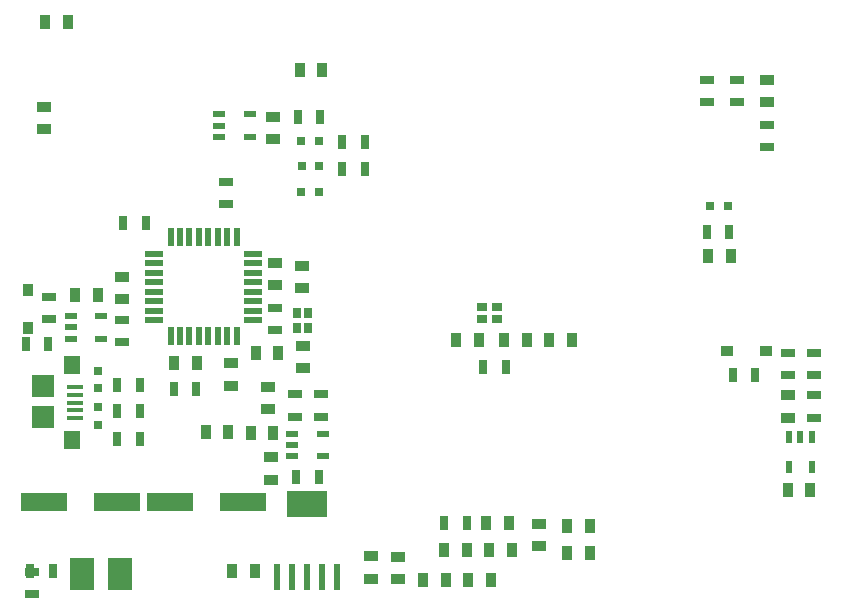
<source format=gtp>
G04*
G04 #@! TF.GenerationSoftware,Altium Limited,Altium Designer,21.7.1 (17)*
G04*
G04 Layer_Color=8421504*
%FSLAX44Y44*%
%MOMM*%
G71*
G04*
G04 #@! TF.SameCoordinates,7A3013B2-BE9A-4409-8891-BE4D90AA3B49*
G04*
G04*
G04 #@! TF.FilePolarity,Positive*
G04*
G01*
G75*
%ADD15R,0.6000X2.2000*%
%ADD16R,3.5000X2.2000*%
%ADD17R,1.1000X0.6000*%
%ADD18R,0.6000X1.1000*%
%ADD19R,4.0000X1.6000*%
%ADD20R,2.0000X2.7000*%
%ADD21R,0.8000X0.8000*%
%ADD22R,0.8800X1.0200*%
%ADD23R,1.0200X0.8800*%
%ADD24R,1.5000X0.5500*%
%ADD25R,0.5500X1.5000*%
%ADD26R,0.7750X0.8750*%
%ADD27R,0.8750X0.7750*%
%ADD28R,0.7500X0.7500*%
%ADD29R,1.3500X0.4000*%
%ADD30R,1.4000X1.6000*%
%ADD31R,1.9000X1.9000*%
%ADD32R,1.3000X0.7000*%
%ADD33R,0.7000X1.3000*%
%ADD34R,1.3000X0.9000*%
%ADD35R,0.9000X1.3000*%
D15*
X219600Y53250D02*
D03*
X232300D02*
D03*
X245000D02*
D03*
X257700D02*
D03*
X270400D02*
D03*
D16*
X245000Y115250D02*
D03*
D17*
X170642Y445110D02*
D03*
Y435610D02*
D03*
Y426110D02*
D03*
X196642Y445110D02*
D03*
Y426110D02*
D03*
X45250Y274250D02*
D03*
Y264750D02*
D03*
Y255250D02*
D03*
X71250Y274250D02*
D03*
Y255250D02*
D03*
X232500Y174500D02*
D03*
Y165000D02*
D03*
Y155500D02*
D03*
X258500Y174500D02*
D03*
Y155500D02*
D03*
D18*
X672440Y172258D02*
D03*
X662940D02*
D03*
X653440D02*
D03*
X672440Y146258D02*
D03*
X653440D02*
D03*
D19*
X84340Y116840D02*
D03*
X22340D02*
D03*
X129020D02*
D03*
X191020D02*
D03*
D20*
X55000Y56000D02*
D03*
X87000D02*
D03*
D21*
X255658Y401574D02*
D03*
X240658D02*
D03*
X255404Y379222D02*
D03*
X240404D02*
D03*
X255404Y422910D02*
D03*
X240404D02*
D03*
X601606Y367538D02*
D03*
X586606D02*
D03*
D22*
X9144Y264066D02*
D03*
Y296766D02*
D03*
D23*
X601124Y244348D02*
D03*
X633824D02*
D03*
D24*
X199750Y271000D02*
D03*
Y279000D02*
D03*
Y287000D02*
D03*
Y295000D02*
D03*
Y303000D02*
D03*
Y311000D02*
D03*
Y319000D02*
D03*
Y327000D02*
D03*
X115750D02*
D03*
Y319000D02*
D03*
Y311000D02*
D03*
Y303000D02*
D03*
Y295000D02*
D03*
Y287000D02*
D03*
Y279000D02*
D03*
Y271000D02*
D03*
D25*
X185750Y341000D02*
D03*
X177750D02*
D03*
X169750D02*
D03*
X161750D02*
D03*
X153750D02*
D03*
X145750D02*
D03*
X137750D02*
D03*
X129750D02*
D03*
Y257000D02*
D03*
X137750D02*
D03*
X145750D02*
D03*
X153750D02*
D03*
X161750D02*
D03*
X169750D02*
D03*
X177750D02*
D03*
X185750D02*
D03*
D26*
X246380Y276860D02*
D03*
X236630D02*
D03*
Y264160D02*
D03*
X246380D02*
D03*
D27*
X393700Y281940D02*
D03*
Y272190D02*
D03*
X406400D02*
D03*
Y281940D02*
D03*
D28*
X68750Y213000D02*
D03*
Y228000D02*
D03*
X68500Y197250D02*
D03*
Y182250D02*
D03*
D29*
X48745Y214000D02*
D03*
Y188000D02*
D03*
Y194500D02*
D03*
Y201000D02*
D03*
Y207500D02*
D03*
D30*
X46495Y169000D02*
D03*
Y233000D02*
D03*
D31*
X21995Y189000D02*
D03*
Y215000D02*
D03*
D32*
X176500Y369000D02*
D03*
Y388000D02*
D03*
X89000Y252250D02*
D03*
Y271250D02*
D03*
X218440Y262280D02*
D03*
Y281280D02*
D03*
X609600Y455320D02*
D03*
Y474320D02*
D03*
X584200D02*
D03*
Y455320D02*
D03*
X635000Y436220D02*
D03*
Y417220D02*
D03*
X12700Y57760D02*
D03*
Y38760D02*
D03*
X674624Y188112D02*
D03*
Y207112D02*
D03*
X674370Y243434D02*
D03*
Y224434D02*
D03*
X235500Y189000D02*
D03*
Y208000D02*
D03*
X27178Y290678D02*
D03*
Y271678D02*
D03*
X652526Y243434D02*
D03*
Y224434D02*
D03*
X257250Y189000D02*
D03*
Y208000D02*
D03*
D33*
X294077Y422043D02*
D03*
X275077D02*
D03*
X275000Y398500D02*
D03*
X294000D02*
D03*
X151500Y212250D02*
D03*
X132500D02*
D03*
X89560Y353060D02*
D03*
X108560D02*
D03*
X103500Y216000D02*
D03*
X84500D02*
D03*
Y193500D02*
D03*
X103500D02*
D03*
X84480Y170180D02*
D03*
X103480D02*
D03*
X10820Y58420D02*
D03*
X29820D02*
D03*
X361340Y99060D02*
D03*
X380340D02*
D03*
X605942Y224536D02*
D03*
X624942D02*
D03*
X256388Y443230D02*
D03*
X237388D02*
D03*
X583590Y345694D02*
D03*
X602590D02*
D03*
X394360Y231140D02*
D03*
X413360D02*
D03*
X7264Y250952D02*
D03*
X26264D02*
D03*
X236250Y137750D02*
D03*
X255250D02*
D03*
D34*
X212500Y214500D02*
D03*
Y195500D02*
D03*
X218440Y300380D02*
D03*
Y319380D02*
D03*
X181250Y234250D02*
D03*
Y215250D02*
D03*
X22860Y432460D02*
D03*
Y451460D02*
D03*
X241300Y297840D02*
D03*
Y316840D02*
D03*
X241500Y249000D02*
D03*
Y230000D02*
D03*
X635000Y455320D02*
D03*
Y474320D02*
D03*
X299500Y51750D02*
D03*
Y70750D02*
D03*
X322580Y51460D02*
D03*
Y70460D02*
D03*
X441960Y98400D02*
D03*
Y79400D02*
D03*
X216408Y443078D02*
D03*
Y424078D02*
D03*
X88750Y288500D02*
D03*
Y307500D02*
D03*
X652272Y188112D02*
D03*
Y207112D02*
D03*
X214500Y135750D02*
D03*
Y154750D02*
D03*
D35*
X201750Y243250D02*
D03*
X220750D02*
D03*
X132750Y234500D02*
D03*
X151750D02*
D03*
X201000Y58250D02*
D03*
X182000D02*
D03*
X362560Y50800D02*
D03*
X343560D02*
D03*
X381660D02*
D03*
X400660D02*
D03*
X584860Y325120D02*
D03*
X603860D02*
D03*
X23520Y523240D02*
D03*
X42520D02*
D03*
X465480Y73660D02*
D03*
X484480D02*
D03*
X469240Y254000D02*
D03*
X450240D02*
D03*
X239250Y482500D02*
D03*
X258250D02*
D03*
X399440Y76200D02*
D03*
X418440D02*
D03*
X415900Y99060D02*
D03*
X396900D02*
D03*
X390500Y254000D02*
D03*
X371500D02*
D03*
X412140D02*
D03*
X431140D02*
D03*
X652170Y126746D02*
D03*
X671170D02*
D03*
X178750Y175750D02*
D03*
X159750D02*
D03*
X68000Y292000D02*
D03*
X49000D02*
D03*
X197500Y175000D02*
D03*
X216500D02*
D03*
X465480Y96520D02*
D03*
X484480D02*
D03*
X380340Y76200D02*
D03*
X361340D02*
D03*
M02*

</source>
